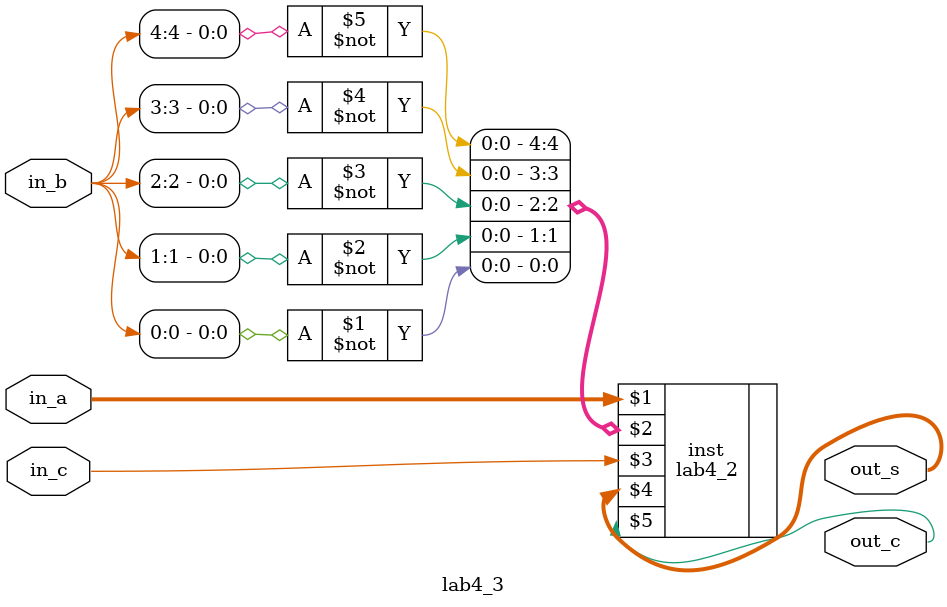
<source format=v>
/* CSED273 lab4 experiment 3 */
/* lab4_3.v */

/* Implement 5-Bit Ripple Subtractor
 * You must use lab4_2 module in lab4_2.v
 * You may use keword "assign" and bitwise opeartor
 * or just implement with gate-level modeling*/
module lab4_3(
    input [4:0] in_a,
    input [4:0] in_b,
    input in_c,
    output [4:0] out_s,
    output out_c
    );

    wire [4:0] c;
    lab4_2 inst(in_a, {~in_b[4], ~in_b[3], ~in_b[2], ~in_b[1], ~in_b[0]}, in_c, out_s, out_c);

endmodule
</source>
